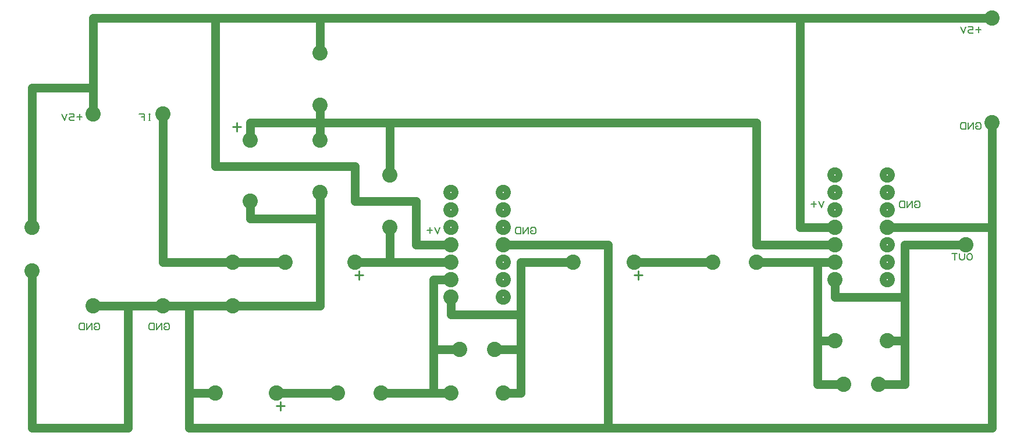
<source format=gbr>
G04 format : xxx.xxx unité : millimètre *
%FSLAX33Y33*
MOMM*
OFA0B0*
SFA1B1*
IPPOS*%
G04 définition des ouvertures pour les pistes *
%ADD10C,1.270*%
G04 définition des ouvertures pour les pastilles rondes *
%ADD11C,2.220X0.2*%
G04 définition des ouvertures pour le texte *
%ADD12C,0.167*%
%ADD13C,0.250*%
G04 tracé du CI *
G54D10*
G01X114300Y107370D02*
X114300Y102290D01*
G01X114300Y122610D02*
X114300Y114990D01*
G01X93980Y120070D02*
X93980Y122610D01*
G54D12*
G01X120520Y106970D02*
X119720Y106970D01*
G01X120120Y107370D02*
X120120Y106570D01*
G01X121620Y107370D02*
X121220Y106470D01*
G01X121220Y106470D02*
X120820Y107370D01*
G54D10*
G01X123190Y97210D02*
X123190Y94670D01*
G01X123190Y99750D02*
X120650Y99750D01*
G01X120650Y99750D02*
X120650Y83240D01*
G01X120650Y83240D02*
X123190Y83240D01*
G01X123190Y94670D02*
X133350Y94670D01*
G01X133350Y94670D02*
X133350Y102290D01*
G01X133350Y102290D02*
X137160Y102290D01*
G01X133350Y94670D02*
X133350Y83240D01*
G01X133350Y83240D02*
X130810Y83240D01*
G01X133350Y89590D02*
X129540Y89590D01*
G01X179070Y99750D02*
X179070Y97210D01*
G01X179070Y97210D02*
X189230Y97210D01*
G01X189230Y97210D02*
X189230Y104830D01*
G01X179070Y90860D02*
X176530Y90860D01*
G01X176530Y90860D02*
X176530Y102290D01*
G01X186690Y90860D02*
X189230Y90860D01*
G01X189230Y90860D02*
X189230Y99750D01*
G01X189230Y90860D02*
X189230Y84510D01*
G01X189230Y84510D02*
X185420Y84510D01*
G01X176530Y90860D02*
X176530Y84510D01*
G54D12*
G01X176400Y110780D02*
X175600Y110780D01*
G01X176000Y111180D02*
X176000Y110380D01*
G01X177500Y111180D02*
X177100Y110280D01*
G01X177100Y110280D02*
X176700Y111180D01*
G54D10*
G01X120650Y83240D02*
X113030Y83240D01*
G54D12*
G01X198160Y136580D02*
X197760Y135680D01*
G01X197760Y135680D02*
X197360Y136580D01*
G01X198460Y136580D02*
X199160Y136580D01*
G01X199160Y136580D02*
X199160Y136180D01*
G01X199160Y136180D02*
X198660Y136180D01*
G01X198660Y136180D02*
X198460Y135980D01*
G01X198460Y135980D02*
X198460Y135880D01*
G01X198460Y135880D02*
X198660Y135680D01*
G01X198660Y135680D02*
X199160Y135680D01*
G01X199160Y135680D02*
X199260Y135780D01*
G01X200360Y136180D02*
X199560Y136180D01*
G01X199960Y136580D02*
X199960Y135780D01*
G01X189270Y111180D02*
X189270Y110280D01*
G01X189270Y110280D02*
X188670Y110280D01*
G01X188670Y110280D02*
X188470Y110480D01*
G01X188470Y110480D02*
X188470Y110980D01*
G01X188470Y110980D02*
X188670Y111180D01*
G01X188670Y111180D02*
X189270Y111180D01*
G01X190370Y110280D02*
X190370Y111180D01*
G01X190370Y111180D02*
X189570Y110280D01*
G01X189570Y110280D02*
X189570Y111180D01*
G01X190670Y110980D02*
X190870Y111180D01*
G01X190870Y111180D02*
X191270Y111180D01*
G01X191270Y111180D02*
X191470Y110980D01*
G01X191470Y110980D02*
X191470Y110480D01*
G01X191470Y110480D02*
X191270Y110280D01*
G01X191270Y110280D02*
X190870Y110280D01*
G01X190870Y110280D02*
X190670Y110480D01*
G01X190670Y110480D02*
X190670Y110680D01*
G01X190670Y110680D02*
X190970Y110680D01*
G54D10*
G01X123190Y104830D02*
X118110Y104830D01*
G01X85090Y78160D02*
X201930Y78160D01*
G01X91440Y95940D02*
X85090Y95940D01*
G01X179070Y107370D02*
X173990Y107370D01*
G01X201930Y121340D02*
X201930Y95940D01*
G01X104140Y107370D02*
X104140Y95940D01*
G01X104140Y95940D02*
X91440Y95940D01*
G01X85090Y95940D02*
X85090Y78160D01*
G54D12*
G01X69890Y93400D02*
X69890Y92500D01*
G01X69890Y92500D02*
X69290Y92500D01*
G01X69290Y92500D02*
X69090Y92700D01*
G01X69090Y92700D02*
X69090Y93200D01*
G01X69090Y93200D02*
X69290Y93400D01*
G01X69290Y93400D02*
X69890Y93400D01*
G01X70990Y92500D02*
X70990Y93400D01*
G01X70990Y93400D02*
X70190Y92500D01*
G01X70190Y92500D02*
X70190Y93400D01*
G01X71290Y93200D02*
X71490Y93400D01*
G01X71490Y93400D02*
X71890Y93400D01*
G01X71890Y93400D02*
X72090Y93200D01*
G01X72090Y93200D02*
X72090Y92700D01*
G01X72090Y92700D02*
X71890Y92500D01*
G01X71890Y92500D02*
X71490Y92500D01*
G01X71490Y92500D02*
X71290Y92700D01*
G01X71290Y92700D02*
X71290Y92900D01*
G01X71290Y92900D02*
X71590Y92900D01*
G54D10*
G01X104140Y137850D02*
X104140Y132770D01*
G54D12*
G01X80050Y93400D02*
X80050Y92500D01*
G01X80050Y92500D02*
X79450Y92500D01*
G01X79450Y92500D02*
X79250Y92700D01*
G01X79250Y92700D02*
X79250Y93200D01*
G01X79250Y93200D02*
X79450Y93400D01*
G01X79450Y93400D02*
X80050Y93400D01*
G01X81150Y92500D02*
X81150Y93400D01*
G01X81150Y93400D02*
X80350Y92500D01*
G01X80350Y92500D02*
X80350Y93400D01*
G01X81450Y93200D02*
X81650Y93400D01*
G01X81650Y93400D02*
X82050Y93400D01*
G01X82050Y93400D02*
X82250Y93200D01*
G01X82250Y93200D02*
X82250Y92700D01*
G01X82250Y92700D02*
X82050Y92500D01*
G01X82050Y92500D02*
X81650Y92500D01*
G01X81650Y92500D02*
X81450Y92700D01*
G01X81450Y92700D02*
X81450Y92900D01*
G01X81450Y92900D02*
X81750Y92900D01*
G01X77810Y123880D02*
X78610Y123880D01*
G01X78610Y123880D02*
X78610Y122980D01*
G01X78610Y123480D02*
X78110Y123480D01*
G01X79310Y123880D02*
X79310Y122980D01*
G01X79410Y123880D02*
X79210Y123880D01*
G01X79410Y122980D02*
X79210Y122980D01*
G54D10*
G01X81280Y102290D02*
X91440Y102290D01*
G01X104140Y137850D02*
X71120Y137850D01*
G54D12*
G01X67350Y123880D02*
X66950Y122980D01*
G01X66950Y122980D02*
X66550Y123880D01*
G01X67650Y123880D02*
X68350Y123880D01*
G01X68350Y123880D02*
X68350Y123480D01*
G01X68350Y123480D02*
X67850Y123480D01*
G01X67850Y123480D02*
X67650Y123280D01*
G01X67650Y123280D02*
X67650Y123180D01*
G01X67650Y123180D02*
X67850Y122980D01*
G01X67850Y122980D02*
X68350Y122980D01*
G01X68350Y122980D02*
X68450Y123080D01*
G01X69550Y123480D02*
X68750Y123480D01*
G01X69150Y123880D02*
X69150Y123080D01*
G54D10*
G01X104140Y137850D02*
X163830Y137850D01*
G54D11*
X104140Y132770D03*
X114300Y114990D03*
X114300Y107370D03*
X91440Y102290D03*
X91440Y95940D03*
X123190Y112450D03*
X123190Y109910D03*
X123190Y107370D03*
X123190Y104830D03*
X123190Y102290D03*
X123190Y99750D03*
X123190Y97210D03*
X130810Y97210D03*
X130810Y99750D03*
X130810Y102290D03*
X130810Y107370D03*
X130810Y109910D03*
X130810Y112450D03*
X161290Y102290D03*
X179070Y99750D03*
X186690Y99750D03*
X186690Y102290D03*
X186690Y104830D03*
X186690Y107370D03*
X186690Y109910D03*
X186690Y112450D03*
X186690Y114990D03*
X179070Y114990D03*
X179070Y112450D03*
X179070Y109910D03*
X179070Y107370D03*
X179070Y104830D03*
X179070Y102290D03*
X186690Y90860D03*
X179070Y90860D03*
X130810Y83240D03*
X123190Y83240D03*
X113030Y83240D03*
X106680Y83240D03*
X91440Y95940D03*
X91440Y102290D03*
X81280Y95940D03*
G54D10*
G01X85090Y95940D02*
X76200Y95940D01*
G54D11*
X71120Y123880D03*
G54D10*
G01X71120Y137850D02*
X71120Y123880D01*
G54D11*
X198120Y104830D03*
X201930Y137850D03*
G54D10*
G01X163830Y137850D02*
X201930Y137850D01*
G01X189230Y104830D02*
X198120Y104830D01*
G54D11*
X71120Y95940D03*
X88900Y83240D03*
X97790Y83240D03*
G54D10*
G01X88900Y83240D02*
X85090Y83240D01*
G01X97790Y83240D02*
X106680Y83240D01*
G54D11*
X99060Y102290D03*
X109220Y102290D03*
G54D12*
G01X133390Y107370D02*
X133390Y106470D01*
G01X133390Y106470D02*
X132790Y106470D01*
G01X132790Y106470D02*
X132590Y106670D01*
G01X132590Y106670D02*
X132590Y107170D01*
G01X132590Y107170D02*
X132790Y107370D01*
G01X132790Y107370D02*
X133390Y107370D01*
G01X134490Y106470D02*
X134490Y107370D01*
G01X134490Y107370D02*
X133690Y106470D01*
G01X133690Y106470D02*
X133690Y107370D01*
G01X134790Y107170D02*
X134990Y107370D01*
G01X134990Y107370D02*
X135390Y107370D01*
G01X135390Y107370D02*
X135590Y107170D01*
G01X135590Y107170D02*
X135590Y106670D01*
G01X135590Y106670D02*
X135390Y106470D01*
G01X135390Y106470D02*
X134990Y106470D01*
G01X134990Y106470D02*
X134790Y106670D01*
G01X134790Y106670D02*
X134790Y106870D01*
G01X134790Y106870D02*
X135090Y106870D01*
G54D10*
G01X99060Y102290D02*
X91440Y102290D01*
G01X123190Y102290D02*
X109220Y102290D01*
G54D11*
X104140Y120070D03*
X104140Y125150D03*
G54D10*
G01X114300Y122610D02*
X93980Y122610D01*
G01X104140Y120070D02*
X104140Y125150D01*
G54D13*
G01X98990Y81370D02*
X97790Y81370D01*
G01X98390Y81970D02*
X98390Y80770D01*
G01X110420Y100420D02*
X109220Y100420D01*
G01X109820Y101020D02*
X109820Y99820D01*
G54D11*
X149860Y102290D03*
G54D10*
G01X149860Y102290D02*
X161290Y102290D01*
G54D13*
G01X151060Y100420D02*
X149860Y100420D01*
G01X150460Y101020D02*
X150460Y99820D01*
G54D11*
X130810Y104830D03*
G54D10*
G01X173990Y107370D02*
X173990Y137850D01*
G54D11*
X93980Y111180D03*
X93980Y120070D03*
G54D10*
G01X93980Y108640D02*
X93980Y111180D01*
G01X76200Y95940D02*
X71120Y95940D01*
G54D11*
X104140Y112450D03*
G54D10*
G01X104140Y107370D02*
X104140Y112450D01*
G01X93980Y108640D02*
X104140Y108640D01*
G01X118110Y104830D02*
X118110Y111180D01*
G01X118110Y111180D02*
X109220Y111180D01*
G01X109220Y111180D02*
X109220Y116260D01*
G01X109220Y116260D02*
X88900Y116260D01*
G01X88900Y116260D02*
X88900Y137850D01*
G54D11*
X81280Y123880D03*
G54D10*
G01X81280Y102290D02*
X81280Y123880D01*
G54D11*
X62230Y107370D03*
X62230Y101020D03*
G54D10*
G01X62230Y101020D02*
X62230Y78160D01*
G01X62230Y107370D02*
X62230Y127690D01*
G01X71120Y127690D02*
X62230Y127690D01*
G01X62230Y78160D02*
X76200Y78160D01*
G01X76200Y78160D02*
X76200Y95940D01*
G01X176530Y102290D02*
X179070Y102290D01*
G54D11*
X140970Y102290D03*
G54D10*
G01X137160Y102290D02*
X140970Y102290D01*
G54D11*
X167640Y102290D03*
G54D10*
G01X167640Y102290D02*
X167640Y102290D01*
G01X167640Y102290D02*
X176530Y102290D01*
G01X201930Y95940D02*
X201930Y78160D01*
G01X130810Y104830D02*
X146050Y104830D01*
G01X146050Y104830D02*
X146050Y78160D01*
G54D11*
X201930Y122610D03*
G54D10*
G01X201930Y120070D02*
X201930Y121340D01*
G01X201930Y120070D02*
X201930Y122610D01*
G01X186690Y107370D02*
X201930Y107370D01*
G01X179070Y104830D02*
X167640Y104830D01*
G01X167640Y104830D02*
X167640Y122610D01*
G01X167640Y122610D02*
X114300Y122610D01*
G54D13*
G01X92640Y122010D02*
X91440Y122010D01*
G01X92040Y122610D02*
X92040Y121410D01*
G54D12*
G01X196890Y103560D02*
X196090Y103560D01*
G01X196490Y103560D02*
X196490Y102660D01*
G01X197990Y103560D02*
X197990Y102960D01*
G01X197990Y102960D02*
X197890Y102760D01*
G01X197890Y102760D02*
X197690Y102660D01*
G01X197690Y102660D02*
X197490Y102660D01*
G01X197490Y102660D02*
X197290Y102760D01*
G01X197290Y102760D02*
X197190Y102960D01*
G01X197190Y102960D02*
X197190Y103560D01*
G01X198790Y103560D02*
X198590Y103560D01*
G01X198590Y103560D02*
X198390Y103460D01*
G01X198390Y103460D02*
X198290Y103260D01*
G01X198290Y103260D02*
X198290Y102960D01*
G01X198290Y102960D02*
X198390Y102760D01*
G01X198390Y102760D02*
X198590Y102660D01*
G01X198590Y102660D02*
X198790Y102660D01*
G01X198790Y102660D02*
X198990Y102760D01*
G01X198990Y102760D02*
X199090Y102960D01*
G01X199090Y102960D02*
X199090Y103260D01*
G01X199090Y103260D02*
X198990Y103460D01*
G01X198990Y103460D02*
X198790Y103560D01*
G01X198160Y122610D02*
X198160Y121710D01*
G01X198160Y121710D02*
X197560Y121710D01*
G01X197560Y121710D02*
X197360Y121910D01*
G01X197360Y121910D02*
X197360Y122410D01*
G01X197360Y122410D02*
X197560Y122610D01*
G01X197560Y122610D02*
X198160Y122610D01*
G01X199260Y121710D02*
X199260Y122610D01*
G01X199260Y122610D02*
X198460Y121710D01*
G01X198460Y121710D02*
X198460Y122610D01*
G01X199560Y122410D02*
X199760Y122610D01*
G01X199760Y122610D02*
X200160Y122610D01*
G01X200160Y122610D02*
X200360Y122410D01*
G01X200360Y122410D02*
X200360Y121910D01*
G01X200360Y121910D02*
X200160Y121710D01*
G01X200160Y121710D02*
X199760Y121710D01*
G01X199760Y121710D02*
X199560Y121910D01*
G01X199560Y121910D02*
X199560Y122110D01*
G01X199560Y122110D02*
X199860Y122110D01*
G54D11*
X129540Y89590D03*
X124460Y89590D03*
G54D10*
G01X124460Y89590D02*
X120650Y89590D01*
G54D11*
X185420Y84510D03*
X180340Y84510D03*
G54D10*
G01X180340Y84510D02*
X176530Y84510D01*
M02*

</source>
